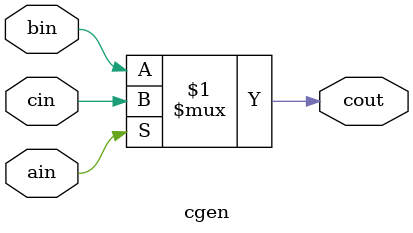
<source format=v>
module cgen(
ain,bin,cin,cout);

input ain,bin,cin;
output cout;

assign cout=ain?cin:bin;

endmodule

</source>
